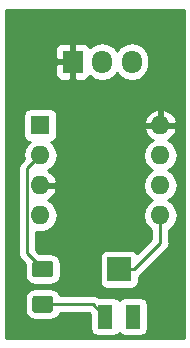
<source format=gbr>
G04 #@! TF.GenerationSoftware,KiCad,Pcbnew,(5.0.0-3-g5ebb6b6)*
G04 #@! TF.CreationDate,2018-10-06T16:58:55+02:00*
G04 #@! TF.ProjectId,tt_photometer,74745F70686F746F6D657465722E6B69,rev?*
G04 #@! TF.SameCoordinates,Original*
G04 #@! TF.FileFunction,Copper,L2,Bot,Signal*
G04 #@! TF.FilePolarity,Positive*
%FSLAX46Y46*%
G04 Gerber Fmt 4.6, Leading zero omitted, Abs format (unit mm)*
G04 Created by KiCad (PCBNEW (5.0.0-3-g5ebb6b6)) date Saturday, 06. October 2018 um 16:58:55*
%MOMM*%
%LPD*%
G01*
G04 APERTURE LIST*
G04 #@! TA.AperFunction,ComponentPad*
%ADD10R,1.700000X1.950000*%
G04 #@! TD*
G04 #@! TA.AperFunction,ComponentPad*
%ADD11O,1.700000X1.950000*%
G04 #@! TD*
G04 #@! TA.AperFunction,ComponentPad*
%ADD12R,1.600000X1.600000*%
G04 #@! TD*
G04 #@! TA.AperFunction,ComponentPad*
%ADD13O,1.600000X1.600000*%
G04 #@! TD*
G04 #@! TA.AperFunction,SMDPad,CuDef*
%ADD14R,1.300000X2.000000*%
G04 #@! TD*
G04 #@! TA.AperFunction,SMDPad,CuDef*
%ADD15R,2.000000X2.000000*%
G04 #@! TD*
G04 #@! TA.AperFunction,Conductor*
%ADD16C,0.100000*%
G04 #@! TD*
G04 #@! TA.AperFunction,SMDPad,CuDef*
%ADD17C,1.425000*%
G04 #@! TD*
G04 #@! TA.AperFunction,Conductor*
%ADD18C,0.250000*%
G04 #@! TD*
G04 #@! TA.AperFunction,Conductor*
%ADD19C,0.254000*%
G04 #@! TD*
G04 APERTURE END LIST*
D10*
G04 #@! TO.P,J1,1*
G04 #@! TO.N,GND*
X156210000Y-72390000D03*
D11*
G04 #@! TO.P,J1,2*
G04 #@! TO.N,Net-(J1-Pad2)*
X158710000Y-72390000D03*
G04 #@! TO.P,J1,3*
G04 #@! TO.N,+5V*
X161210000Y-72390000D03*
G04 #@! TD*
D12*
G04 #@! TO.P,U1,1*
G04 #@! TO.N,+5V*
X153475001Y-77775001D03*
D13*
G04 #@! TO.P,U1,5*
G04 #@! TO.N,Net-(J1-Pad2)*
X163635001Y-85395001D03*
G04 #@! TO.P,U1,2*
G04 #@! TO.N,Net-(R1-Pad1)*
X153475001Y-80315001D03*
G04 #@! TO.P,U1,6*
G04 #@! TO.N,Net-(U1-Pad6)*
X163635001Y-82855001D03*
G04 #@! TO.P,U1,3*
G04 #@! TO.N,GND*
X153475001Y-82855001D03*
G04 #@! TO.P,U1,7*
G04 #@! TO.N,Net-(U1-Pad7)*
X163635001Y-80315001D03*
G04 #@! TO.P,U1,4*
G04 #@! TO.N,Net-(U1-Pad4)*
X153475001Y-85395001D03*
G04 #@! TO.P,U1,8*
G04 #@! TO.N,GND*
X163635001Y-77775001D03*
G04 #@! TD*
D14*
G04 #@! TO.P,RV1,1*
G04 #@! TO.N,Net-(R1-Pad2)*
X158990000Y-93980000D03*
D15*
G04 #@! TO.P,RV1,2*
G04 #@! TO.N,Net-(J1-Pad2)*
X160140000Y-89980000D03*
D14*
G04 #@! TO.P,RV1,3*
G04 #@! TO.N,Net-(RV1-Pad3)*
X161290000Y-93980000D03*
G04 #@! TD*
D16*
G04 #@! TO.N,Net-(R1-Pad1)*
G04 #@! TO.C,R1*
G36*
X154319504Y-89241204D02*
X154343773Y-89244804D01*
X154367571Y-89250765D01*
X154390671Y-89259030D01*
X154412849Y-89269520D01*
X154433893Y-89282133D01*
X154453598Y-89296747D01*
X154471777Y-89313223D01*
X154488253Y-89331402D01*
X154502867Y-89351107D01*
X154515480Y-89372151D01*
X154525970Y-89394329D01*
X154534235Y-89417429D01*
X154540196Y-89441227D01*
X154543796Y-89465496D01*
X154545000Y-89490000D01*
X154545000Y-90415000D01*
X154543796Y-90439504D01*
X154540196Y-90463773D01*
X154534235Y-90487571D01*
X154525970Y-90510671D01*
X154515480Y-90532849D01*
X154502867Y-90553893D01*
X154488253Y-90573598D01*
X154471777Y-90591777D01*
X154453598Y-90608253D01*
X154433893Y-90622867D01*
X154412849Y-90635480D01*
X154390671Y-90645970D01*
X154367571Y-90654235D01*
X154343773Y-90660196D01*
X154319504Y-90663796D01*
X154295000Y-90665000D01*
X153045000Y-90665000D01*
X153020496Y-90663796D01*
X152996227Y-90660196D01*
X152972429Y-90654235D01*
X152949329Y-90645970D01*
X152927151Y-90635480D01*
X152906107Y-90622867D01*
X152886402Y-90608253D01*
X152868223Y-90591777D01*
X152851747Y-90573598D01*
X152837133Y-90553893D01*
X152824520Y-90532849D01*
X152814030Y-90510671D01*
X152805765Y-90487571D01*
X152799804Y-90463773D01*
X152796204Y-90439504D01*
X152795000Y-90415000D01*
X152795000Y-89490000D01*
X152796204Y-89465496D01*
X152799804Y-89441227D01*
X152805765Y-89417429D01*
X152814030Y-89394329D01*
X152824520Y-89372151D01*
X152837133Y-89351107D01*
X152851747Y-89331402D01*
X152868223Y-89313223D01*
X152886402Y-89296747D01*
X152906107Y-89282133D01*
X152927151Y-89269520D01*
X152949329Y-89259030D01*
X152972429Y-89250765D01*
X152996227Y-89244804D01*
X153020496Y-89241204D01*
X153045000Y-89240000D01*
X154295000Y-89240000D01*
X154319504Y-89241204D01*
X154319504Y-89241204D01*
G37*
D17*
G04 #@! TD*
G04 #@! TO.P,R1,1*
G04 #@! TO.N,Net-(R1-Pad1)*
X153670000Y-89952500D03*
D16*
G04 #@! TO.N,Net-(R1-Pad2)*
G04 #@! TO.C,R1*
G36*
X154319504Y-92216204D02*
X154343773Y-92219804D01*
X154367571Y-92225765D01*
X154390671Y-92234030D01*
X154412849Y-92244520D01*
X154433893Y-92257133D01*
X154453598Y-92271747D01*
X154471777Y-92288223D01*
X154488253Y-92306402D01*
X154502867Y-92326107D01*
X154515480Y-92347151D01*
X154525970Y-92369329D01*
X154534235Y-92392429D01*
X154540196Y-92416227D01*
X154543796Y-92440496D01*
X154545000Y-92465000D01*
X154545000Y-93390000D01*
X154543796Y-93414504D01*
X154540196Y-93438773D01*
X154534235Y-93462571D01*
X154525970Y-93485671D01*
X154515480Y-93507849D01*
X154502867Y-93528893D01*
X154488253Y-93548598D01*
X154471777Y-93566777D01*
X154453598Y-93583253D01*
X154433893Y-93597867D01*
X154412849Y-93610480D01*
X154390671Y-93620970D01*
X154367571Y-93629235D01*
X154343773Y-93635196D01*
X154319504Y-93638796D01*
X154295000Y-93640000D01*
X153045000Y-93640000D01*
X153020496Y-93638796D01*
X152996227Y-93635196D01*
X152972429Y-93629235D01*
X152949329Y-93620970D01*
X152927151Y-93610480D01*
X152906107Y-93597867D01*
X152886402Y-93583253D01*
X152868223Y-93566777D01*
X152851747Y-93548598D01*
X152837133Y-93528893D01*
X152824520Y-93507849D01*
X152814030Y-93485671D01*
X152805765Y-93462571D01*
X152799804Y-93438773D01*
X152796204Y-93414504D01*
X152795000Y-93390000D01*
X152795000Y-92465000D01*
X152796204Y-92440496D01*
X152799804Y-92416227D01*
X152805765Y-92392429D01*
X152814030Y-92369329D01*
X152824520Y-92347151D01*
X152837133Y-92326107D01*
X152851747Y-92306402D01*
X152868223Y-92288223D01*
X152886402Y-92271747D01*
X152906107Y-92257133D01*
X152927151Y-92244520D01*
X152949329Y-92234030D01*
X152972429Y-92225765D01*
X152996227Y-92219804D01*
X153020496Y-92216204D01*
X153045000Y-92215000D01*
X154295000Y-92215000D01*
X154319504Y-92216204D01*
X154319504Y-92216204D01*
G37*
D17*
G04 #@! TD*
G04 #@! TO.P,R1,2*
G04 #@! TO.N,Net-(R1-Pad2)*
X153670000Y-92927500D03*
D18*
G04 #@! TO.N,Net-(J1-Pad2)*
X163635001Y-87734999D02*
X163635001Y-86526371D01*
X161390000Y-89980000D02*
X163635001Y-87734999D01*
X163635001Y-86526371D02*
X163635001Y-85395001D01*
X160140000Y-89980000D02*
X161390000Y-89980000D01*
G04 #@! TO.N,Net-(R1-Pad1)*
X152898653Y-89181153D02*
X153670000Y-89952500D01*
X152350000Y-88632500D02*
X152898653Y-89181153D01*
X152350000Y-81440002D02*
X152350000Y-88632500D01*
X153475001Y-80315001D02*
X152350000Y-81440002D01*
G04 #@! TO.N,Net-(R1-Pad2)*
X157937500Y-92927500D02*
X158990000Y-93980000D01*
X153670000Y-92927500D02*
X157937500Y-92927500D01*
G04 #@! TD*
D19*
G04 #@! TO.N,GND*
G36*
X165660000Y-95810000D02*
X150570000Y-95810000D01*
X150570000Y-92465000D01*
X152147560Y-92465000D01*
X152147560Y-93390000D01*
X152215874Y-93733435D01*
X152410414Y-94024586D01*
X152701565Y-94219126D01*
X153045000Y-94287440D01*
X154295000Y-94287440D01*
X154638435Y-94219126D01*
X154929586Y-94024586D01*
X155124126Y-93733435D01*
X155133263Y-93687500D01*
X157622699Y-93687500D01*
X157692560Y-93757361D01*
X157692560Y-94980000D01*
X157741843Y-95227765D01*
X157882191Y-95437809D01*
X158092235Y-95578157D01*
X158340000Y-95627440D01*
X159640000Y-95627440D01*
X159887765Y-95578157D01*
X160097809Y-95437809D01*
X160140000Y-95374666D01*
X160182191Y-95437809D01*
X160392235Y-95578157D01*
X160640000Y-95627440D01*
X161940000Y-95627440D01*
X162187765Y-95578157D01*
X162397809Y-95437809D01*
X162538157Y-95227765D01*
X162587440Y-94980000D01*
X162587440Y-92980000D01*
X162538157Y-92732235D01*
X162397809Y-92522191D01*
X162187765Y-92381843D01*
X161940000Y-92332560D01*
X160640000Y-92332560D01*
X160392235Y-92381843D01*
X160182191Y-92522191D01*
X160140000Y-92585334D01*
X160097809Y-92522191D01*
X159887765Y-92381843D01*
X159640000Y-92332560D01*
X158415072Y-92332560D01*
X158234037Y-92211596D01*
X158012352Y-92167500D01*
X158012347Y-92167500D01*
X157937500Y-92152612D01*
X157862653Y-92167500D01*
X155133263Y-92167500D01*
X155124126Y-92121565D01*
X154929586Y-91830414D01*
X154638435Y-91635874D01*
X154295000Y-91567560D01*
X153045000Y-91567560D01*
X152701565Y-91635874D01*
X152410414Y-91830414D01*
X152215874Y-92121565D01*
X152147560Y-92465000D01*
X150570000Y-92465000D01*
X150570000Y-81440002D01*
X151575112Y-81440002D01*
X151590000Y-81514849D01*
X151590001Y-88557648D01*
X151575112Y-88632500D01*
X151590001Y-88707352D01*
X151634097Y-88929037D01*
X151802072Y-89180429D01*
X151865528Y-89222829D01*
X152147560Y-89504862D01*
X152147560Y-90415000D01*
X152215874Y-90758435D01*
X152410414Y-91049586D01*
X152701565Y-91244126D01*
X153045000Y-91312440D01*
X154295000Y-91312440D01*
X154638435Y-91244126D01*
X154929586Y-91049586D01*
X155124126Y-90758435D01*
X155192440Y-90415000D01*
X155192440Y-89490000D01*
X155124126Y-89146565D01*
X155012832Y-88980000D01*
X158492560Y-88980000D01*
X158492560Y-90980000D01*
X158541843Y-91227765D01*
X158682191Y-91437809D01*
X158892235Y-91578157D01*
X159140000Y-91627440D01*
X161140000Y-91627440D01*
X161387765Y-91578157D01*
X161597809Y-91437809D01*
X161738157Y-91227765D01*
X161787440Y-90980000D01*
X161787440Y-90628483D01*
X161937929Y-90527929D01*
X161980331Y-90464470D01*
X164119474Y-88325328D01*
X164182930Y-88282928D01*
X164350905Y-88031536D01*
X164395001Y-87809851D01*
X164395001Y-87809846D01*
X164409889Y-87734999D01*
X164395001Y-87660152D01*
X164395001Y-86613044D01*
X164669578Y-86429578D01*
X164986741Y-85954910D01*
X165098114Y-85395001D01*
X164986741Y-84835092D01*
X164669578Y-84360424D01*
X164317243Y-84125001D01*
X164669578Y-83889578D01*
X164986741Y-83414910D01*
X165098114Y-82855001D01*
X164986741Y-82295092D01*
X164669578Y-81820424D01*
X164317243Y-81585001D01*
X164669578Y-81349578D01*
X164986741Y-80874910D01*
X165098114Y-80315001D01*
X164986741Y-79755092D01*
X164669578Y-79280424D01*
X164285893Y-79024054D01*
X164490135Y-78927390D01*
X164866042Y-78512424D01*
X165026905Y-78124040D01*
X164904916Y-77902001D01*
X163762001Y-77902001D01*
X163762001Y-77922001D01*
X163508001Y-77922001D01*
X163508001Y-77902001D01*
X162365086Y-77902001D01*
X162243097Y-78124040D01*
X162403960Y-78512424D01*
X162779867Y-78927390D01*
X162984109Y-79024054D01*
X162600424Y-79280424D01*
X162283261Y-79755092D01*
X162171888Y-80315001D01*
X162283261Y-80874910D01*
X162600424Y-81349578D01*
X162952759Y-81585001D01*
X162600424Y-81820424D01*
X162283261Y-82295092D01*
X162171888Y-82855001D01*
X162283261Y-83414910D01*
X162600424Y-83889578D01*
X162952759Y-84125001D01*
X162600424Y-84360424D01*
X162283261Y-84835092D01*
X162171888Y-85395001D01*
X162283261Y-85954910D01*
X162600424Y-86429578D01*
X162875002Y-86613045D01*
X162875001Y-87420197D01*
X161667984Y-88627215D01*
X161597809Y-88522191D01*
X161387765Y-88381843D01*
X161140000Y-88332560D01*
X159140000Y-88332560D01*
X158892235Y-88381843D01*
X158682191Y-88522191D01*
X158541843Y-88732235D01*
X158492560Y-88980000D01*
X155012832Y-88980000D01*
X154929586Y-88855414D01*
X154638435Y-88660874D01*
X154295000Y-88592560D01*
X153384862Y-88592560D01*
X153110000Y-88317699D01*
X153110000Y-86785511D01*
X153333668Y-86830001D01*
X153616334Y-86830001D01*
X154034910Y-86746741D01*
X154509578Y-86429578D01*
X154826741Y-85954910D01*
X154938114Y-85395001D01*
X154826741Y-84835092D01*
X154509578Y-84360424D01*
X154125893Y-84104054D01*
X154330135Y-84007390D01*
X154706042Y-83592424D01*
X154866905Y-83204040D01*
X154744916Y-82982001D01*
X153602001Y-82982001D01*
X153602001Y-83002001D01*
X153348001Y-83002001D01*
X153348001Y-82982001D01*
X153328001Y-82982001D01*
X153328001Y-82728001D01*
X153348001Y-82728001D01*
X153348001Y-82708001D01*
X153602001Y-82708001D01*
X153602001Y-82728001D01*
X154744916Y-82728001D01*
X154866905Y-82505962D01*
X154706042Y-82117578D01*
X154330135Y-81702612D01*
X154125893Y-81605948D01*
X154509578Y-81349578D01*
X154826741Y-80874910D01*
X154938114Y-80315001D01*
X154826741Y-79755092D01*
X154509578Y-79280424D01*
X154388895Y-79199786D01*
X154522766Y-79173158D01*
X154732810Y-79032810D01*
X154873158Y-78822766D01*
X154922441Y-78575001D01*
X154922441Y-77425962D01*
X162243097Y-77425962D01*
X162365086Y-77648001D01*
X163508001Y-77648001D01*
X163508001Y-76504372D01*
X163762001Y-76504372D01*
X163762001Y-77648001D01*
X164904916Y-77648001D01*
X165026905Y-77425962D01*
X164866042Y-77037578D01*
X164490135Y-76622612D01*
X163984042Y-76383087D01*
X163762001Y-76504372D01*
X163508001Y-76504372D01*
X163285960Y-76383087D01*
X162779867Y-76622612D01*
X162403960Y-77037578D01*
X162243097Y-77425962D01*
X154922441Y-77425962D01*
X154922441Y-76975001D01*
X154873158Y-76727236D01*
X154732810Y-76517192D01*
X154522766Y-76376844D01*
X154275001Y-76327561D01*
X152675001Y-76327561D01*
X152427236Y-76376844D01*
X152217192Y-76517192D01*
X152076844Y-76727236D01*
X152027561Y-76975001D01*
X152027561Y-78575001D01*
X152076844Y-78822766D01*
X152217192Y-79032810D01*
X152427236Y-79173158D01*
X152561107Y-79199786D01*
X152440424Y-79280424D01*
X152123261Y-79755092D01*
X152011888Y-80315001D01*
X152076313Y-80638888D01*
X151865530Y-80849671D01*
X151802071Y-80892073D01*
X151634096Y-81143466D01*
X151590000Y-81365151D01*
X151590000Y-81365155D01*
X151575112Y-81440002D01*
X150570000Y-81440002D01*
X150570000Y-72675750D01*
X154725000Y-72675750D01*
X154725000Y-73491310D01*
X154821673Y-73724699D01*
X155000302Y-73903327D01*
X155233691Y-74000000D01*
X155924250Y-74000000D01*
X156083000Y-73841250D01*
X156083000Y-72517000D01*
X154883750Y-72517000D01*
X154725000Y-72675750D01*
X150570000Y-72675750D01*
X150570000Y-71288690D01*
X154725000Y-71288690D01*
X154725000Y-72104250D01*
X154883750Y-72263000D01*
X156083000Y-72263000D01*
X156083000Y-70938750D01*
X156337000Y-70938750D01*
X156337000Y-72263000D01*
X156357000Y-72263000D01*
X156357000Y-72517000D01*
X156337000Y-72517000D01*
X156337000Y-73841250D01*
X156495750Y-74000000D01*
X157186309Y-74000000D01*
X157419698Y-73903327D01*
X157598327Y-73724699D01*
X157652344Y-73594291D01*
X158130583Y-73913839D01*
X158710000Y-74029092D01*
X159289418Y-73913839D01*
X159780625Y-73585625D01*
X159960000Y-73317171D01*
X160139375Y-73585625D01*
X160630583Y-73913839D01*
X161210000Y-74029092D01*
X161789418Y-73913839D01*
X162280625Y-73585625D01*
X162608839Y-73094417D01*
X162695000Y-72661255D01*
X162695000Y-72118744D01*
X162608839Y-71685582D01*
X162280625Y-71194375D01*
X161789417Y-70866161D01*
X161210000Y-70750908D01*
X160630582Y-70866161D01*
X160139375Y-71194375D01*
X159960000Y-71462829D01*
X159780625Y-71194375D01*
X159289417Y-70866161D01*
X158710000Y-70750908D01*
X158130582Y-70866161D01*
X157652344Y-71185709D01*
X157598327Y-71055301D01*
X157419698Y-70876673D01*
X157186309Y-70780000D01*
X156495750Y-70780000D01*
X156337000Y-70938750D01*
X156083000Y-70938750D01*
X155924250Y-70780000D01*
X155233691Y-70780000D01*
X155000302Y-70876673D01*
X154821673Y-71055301D01*
X154725000Y-71288690D01*
X150570000Y-71288690D01*
X150570000Y-68020000D01*
X165660001Y-68020000D01*
X165660000Y-95810000D01*
X165660000Y-95810000D01*
G37*
X165660000Y-95810000D02*
X150570000Y-95810000D01*
X150570000Y-92465000D01*
X152147560Y-92465000D01*
X152147560Y-93390000D01*
X152215874Y-93733435D01*
X152410414Y-94024586D01*
X152701565Y-94219126D01*
X153045000Y-94287440D01*
X154295000Y-94287440D01*
X154638435Y-94219126D01*
X154929586Y-94024586D01*
X155124126Y-93733435D01*
X155133263Y-93687500D01*
X157622699Y-93687500D01*
X157692560Y-93757361D01*
X157692560Y-94980000D01*
X157741843Y-95227765D01*
X157882191Y-95437809D01*
X158092235Y-95578157D01*
X158340000Y-95627440D01*
X159640000Y-95627440D01*
X159887765Y-95578157D01*
X160097809Y-95437809D01*
X160140000Y-95374666D01*
X160182191Y-95437809D01*
X160392235Y-95578157D01*
X160640000Y-95627440D01*
X161940000Y-95627440D01*
X162187765Y-95578157D01*
X162397809Y-95437809D01*
X162538157Y-95227765D01*
X162587440Y-94980000D01*
X162587440Y-92980000D01*
X162538157Y-92732235D01*
X162397809Y-92522191D01*
X162187765Y-92381843D01*
X161940000Y-92332560D01*
X160640000Y-92332560D01*
X160392235Y-92381843D01*
X160182191Y-92522191D01*
X160140000Y-92585334D01*
X160097809Y-92522191D01*
X159887765Y-92381843D01*
X159640000Y-92332560D01*
X158415072Y-92332560D01*
X158234037Y-92211596D01*
X158012352Y-92167500D01*
X158012347Y-92167500D01*
X157937500Y-92152612D01*
X157862653Y-92167500D01*
X155133263Y-92167500D01*
X155124126Y-92121565D01*
X154929586Y-91830414D01*
X154638435Y-91635874D01*
X154295000Y-91567560D01*
X153045000Y-91567560D01*
X152701565Y-91635874D01*
X152410414Y-91830414D01*
X152215874Y-92121565D01*
X152147560Y-92465000D01*
X150570000Y-92465000D01*
X150570000Y-81440002D01*
X151575112Y-81440002D01*
X151590000Y-81514849D01*
X151590001Y-88557648D01*
X151575112Y-88632500D01*
X151590001Y-88707352D01*
X151634097Y-88929037D01*
X151802072Y-89180429D01*
X151865528Y-89222829D01*
X152147560Y-89504862D01*
X152147560Y-90415000D01*
X152215874Y-90758435D01*
X152410414Y-91049586D01*
X152701565Y-91244126D01*
X153045000Y-91312440D01*
X154295000Y-91312440D01*
X154638435Y-91244126D01*
X154929586Y-91049586D01*
X155124126Y-90758435D01*
X155192440Y-90415000D01*
X155192440Y-89490000D01*
X155124126Y-89146565D01*
X155012832Y-88980000D01*
X158492560Y-88980000D01*
X158492560Y-90980000D01*
X158541843Y-91227765D01*
X158682191Y-91437809D01*
X158892235Y-91578157D01*
X159140000Y-91627440D01*
X161140000Y-91627440D01*
X161387765Y-91578157D01*
X161597809Y-91437809D01*
X161738157Y-91227765D01*
X161787440Y-90980000D01*
X161787440Y-90628483D01*
X161937929Y-90527929D01*
X161980331Y-90464470D01*
X164119474Y-88325328D01*
X164182930Y-88282928D01*
X164350905Y-88031536D01*
X164395001Y-87809851D01*
X164395001Y-87809846D01*
X164409889Y-87734999D01*
X164395001Y-87660152D01*
X164395001Y-86613044D01*
X164669578Y-86429578D01*
X164986741Y-85954910D01*
X165098114Y-85395001D01*
X164986741Y-84835092D01*
X164669578Y-84360424D01*
X164317243Y-84125001D01*
X164669578Y-83889578D01*
X164986741Y-83414910D01*
X165098114Y-82855001D01*
X164986741Y-82295092D01*
X164669578Y-81820424D01*
X164317243Y-81585001D01*
X164669578Y-81349578D01*
X164986741Y-80874910D01*
X165098114Y-80315001D01*
X164986741Y-79755092D01*
X164669578Y-79280424D01*
X164285893Y-79024054D01*
X164490135Y-78927390D01*
X164866042Y-78512424D01*
X165026905Y-78124040D01*
X164904916Y-77902001D01*
X163762001Y-77902001D01*
X163762001Y-77922001D01*
X163508001Y-77922001D01*
X163508001Y-77902001D01*
X162365086Y-77902001D01*
X162243097Y-78124040D01*
X162403960Y-78512424D01*
X162779867Y-78927390D01*
X162984109Y-79024054D01*
X162600424Y-79280424D01*
X162283261Y-79755092D01*
X162171888Y-80315001D01*
X162283261Y-80874910D01*
X162600424Y-81349578D01*
X162952759Y-81585001D01*
X162600424Y-81820424D01*
X162283261Y-82295092D01*
X162171888Y-82855001D01*
X162283261Y-83414910D01*
X162600424Y-83889578D01*
X162952759Y-84125001D01*
X162600424Y-84360424D01*
X162283261Y-84835092D01*
X162171888Y-85395001D01*
X162283261Y-85954910D01*
X162600424Y-86429578D01*
X162875002Y-86613045D01*
X162875001Y-87420197D01*
X161667984Y-88627215D01*
X161597809Y-88522191D01*
X161387765Y-88381843D01*
X161140000Y-88332560D01*
X159140000Y-88332560D01*
X158892235Y-88381843D01*
X158682191Y-88522191D01*
X158541843Y-88732235D01*
X158492560Y-88980000D01*
X155012832Y-88980000D01*
X154929586Y-88855414D01*
X154638435Y-88660874D01*
X154295000Y-88592560D01*
X153384862Y-88592560D01*
X153110000Y-88317699D01*
X153110000Y-86785511D01*
X153333668Y-86830001D01*
X153616334Y-86830001D01*
X154034910Y-86746741D01*
X154509578Y-86429578D01*
X154826741Y-85954910D01*
X154938114Y-85395001D01*
X154826741Y-84835092D01*
X154509578Y-84360424D01*
X154125893Y-84104054D01*
X154330135Y-84007390D01*
X154706042Y-83592424D01*
X154866905Y-83204040D01*
X154744916Y-82982001D01*
X153602001Y-82982001D01*
X153602001Y-83002001D01*
X153348001Y-83002001D01*
X153348001Y-82982001D01*
X153328001Y-82982001D01*
X153328001Y-82728001D01*
X153348001Y-82728001D01*
X153348001Y-82708001D01*
X153602001Y-82708001D01*
X153602001Y-82728001D01*
X154744916Y-82728001D01*
X154866905Y-82505962D01*
X154706042Y-82117578D01*
X154330135Y-81702612D01*
X154125893Y-81605948D01*
X154509578Y-81349578D01*
X154826741Y-80874910D01*
X154938114Y-80315001D01*
X154826741Y-79755092D01*
X154509578Y-79280424D01*
X154388895Y-79199786D01*
X154522766Y-79173158D01*
X154732810Y-79032810D01*
X154873158Y-78822766D01*
X154922441Y-78575001D01*
X154922441Y-77425962D01*
X162243097Y-77425962D01*
X162365086Y-77648001D01*
X163508001Y-77648001D01*
X163508001Y-76504372D01*
X163762001Y-76504372D01*
X163762001Y-77648001D01*
X164904916Y-77648001D01*
X165026905Y-77425962D01*
X164866042Y-77037578D01*
X164490135Y-76622612D01*
X163984042Y-76383087D01*
X163762001Y-76504372D01*
X163508001Y-76504372D01*
X163285960Y-76383087D01*
X162779867Y-76622612D01*
X162403960Y-77037578D01*
X162243097Y-77425962D01*
X154922441Y-77425962D01*
X154922441Y-76975001D01*
X154873158Y-76727236D01*
X154732810Y-76517192D01*
X154522766Y-76376844D01*
X154275001Y-76327561D01*
X152675001Y-76327561D01*
X152427236Y-76376844D01*
X152217192Y-76517192D01*
X152076844Y-76727236D01*
X152027561Y-76975001D01*
X152027561Y-78575001D01*
X152076844Y-78822766D01*
X152217192Y-79032810D01*
X152427236Y-79173158D01*
X152561107Y-79199786D01*
X152440424Y-79280424D01*
X152123261Y-79755092D01*
X152011888Y-80315001D01*
X152076313Y-80638888D01*
X151865530Y-80849671D01*
X151802071Y-80892073D01*
X151634096Y-81143466D01*
X151590000Y-81365151D01*
X151590000Y-81365155D01*
X151575112Y-81440002D01*
X150570000Y-81440002D01*
X150570000Y-72675750D01*
X154725000Y-72675750D01*
X154725000Y-73491310D01*
X154821673Y-73724699D01*
X155000302Y-73903327D01*
X155233691Y-74000000D01*
X155924250Y-74000000D01*
X156083000Y-73841250D01*
X156083000Y-72517000D01*
X154883750Y-72517000D01*
X154725000Y-72675750D01*
X150570000Y-72675750D01*
X150570000Y-71288690D01*
X154725000Y-71288690D01*
X154725000Y-72104250D01*
X154883750Y-72263000D01*
X156083000Y-72263000D01*
X156083000Y-70938750D01*
X156337000Y-70938750D01*
X156337000Y-72263000D01*
X156357000Y-72263000D01*
X156357000Y-72517000D01*
X156337000Y-72517000D01*
X156337000Y-73841250D01*
X156495750Y-74000000D01*
X157186309Y-74000000D01*
X157419698Y-73903327D01*
X157598327Y-73724699D01*
X157652344Y-73594291D01*
X158130583Y-73913839D01*
X158710000Y-74029092D01*
X159289418Y-73913839D01*
X159780625Y-73585625D01*
X159960000Y-73317171D01*
X160139375Y-73585625D01*
X160630583Y-73913839D01*
X161210000Y-74029092D01*
X161789418Y-73913839D01*
X162280625Y-73585625D01*
X162608839Y-73094417D01*
X162695000Y-72661255D01*
X162695000Y-72118744D01*
X162608839Y-71685582D01*
X162280625Y-71194375D01*
X161789417Y-70866161D01*
X161210000Y-70750908D01*
X160630582Y-70866161D01*
X160139375Y-71194375D01*
X159960000Y-71462829D01*
X159780625Y-71194375D01*
X159289417Y-70866161D01*
X158710000Y-70750908D01*
X158130582Y-70866161D01*
X157652344Y-71185709D01*
X157598327Y-71055301D01*
X157419698Y-70876673D01*
X157186309Y-70780000D01*
X156495750Y-70780000D01*
X156337000Y-70938750D01*
X156083000Y-70938750D01*
X155924250Y-70780000D01*
X155233691Y-70780000D01*
X155000302Y-70876673D01*
X154821673Y-71055301D01*
X154725000Y-71288690D01*
X150570000Y-71288690D01*
X150570000Y-68020000D01*
X165660001Y-68020000D01*
X165660000Y-95810000D01*
G04 #@! TD*
M02*

</source>
